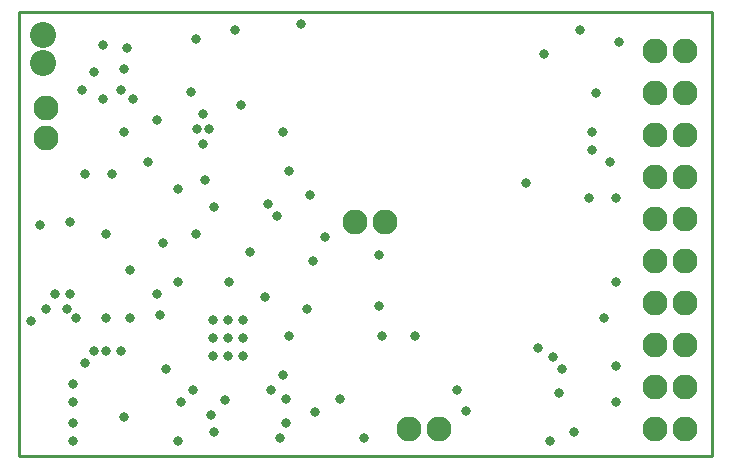
<source format=gbs>
G04*
G04 #@! TF.GenerationSoftware,Altium Limited,Altium Designer,20.1.14 (287)*
G04*
G04 Layer_Color=16711935*
%FSLAX25Y25*%
%MOIN*%
G70*
G04*
G04 #@! TF.SameCoordinates,32D4A6E9-0C54-4149-BE24-DE0316A2B815*
G04*
G04*
G04 #@! TF.FilePolarity,Negative*
G04*
G01*
G75*
%ADD14C,0.01000*%
%ADD76C,0.08674*%
%ADD77C,0.08300*%
%ADD78C,0.03300*%
D14*
X231000D01*
X231000Y148000D02*
X231000Y0D01*
X0Y148000D02*
X231000D01*
X0Y0D02*
Y148000D01*
D76*
X8000Y131000D02*
D03*
Y140449D02*
D03*
D77*
X122000Y78000D02*
D03*
X112000D02*
D03*
X9000Y106000D02*
D03*
Y116000D02*
D03*
X212000Y9000D02*
D03*
X222000D02*
D03*
X212000Y65000D02*
D03*
X222000D02*
D03*
X212000Y79000D02*
D03*
X222000D02*
D03*
X212000Y93000D02*
D03*
X222000D02*
D03*
X212000Y51000D02*
D03*
X222000D02*
D03*
X212000Y37000D02*
D03*
X222000D02*
D03*
Y23000D02*
D03*
X212000D02*
D03*
X140000Y9000D02*
D03*
X130000D02*
D03*
X222000Y135000D02*
D03*
X212000D02*
D03*
X222000Y121000D02*
D03*
X212000D02*
D03*
X222000Y107000D02*
D03*
X212000D02*
D03*
D78*
X192488Y121000D02*
D03*
X17000Y78000D02*
D03*
X22000Y94000D02*
D03*
X64000Y13625D02*
D03*
X36000Y136000D02*
D03*
X94000Y144000D02*
D03*
X7000Y77000D02*
D03*
X48000Y71000D02*
D03*
X25000Y128000D02*
D03*
X35000Y129000D02*
D03*
X28000Y137000D02*
D03*
X59000Y139000D02*
D03*
X88000Y108000D02*
D03*
X175000Y134000D02*
D03*
X187000Y142000D02*
D03*
X200000Y138000D02*
D03*
X169000Y91000D02*
D03*
X197000Y98000D02*
D03*
X181000Y29000D02*
D03*
X185000Y8000D02*
D03*
X149000Y15000D02*
D03*
X87000Y6000D02*
D03*
X115000D02*
D03*
X98000Y65000D02*
D03*
X82000Y53000D02*
D03*
X96000Y49000D02*
D03*
X90000Y40000D02*
D03*
X88000Y27000D02*
D03*
X65000Y8000D02*
D03*
X35000Y13000D02*
D03*
X53000Y5000D02*
D03*
X54000Y18000D02*
D03*
X49000Y29000D02*
D03*
X18000Y5000D02*
D03*
Y11000D02*
D03*
Y18000D02*
D03*
Y24000D02*
D03*
X22000Y31000D02*
D03*
X25000Y35000D02*
D03*
X29000D02*
D03*
X34000D02*
D03*
X4000Y45000D02*
D03*
X9000Y49000D02*
D03*
X16000D02*
D03*
X19000Y46000D02*
D03*
X29000D02*
D03*
X37000D02*
D03*
X47000Y47000D02*
D03*
X70000Y58000D02*
D03*
X77000Y68000D02*
D03*
X90000Y95000D02*
D03*
X97000Y87000D02*
D03*
X62000Y92000D02*
D03*
X43000Y98000D02*
D03*
X35016Y108000D02*
D03*
X57441Y121441D02*
D03*
X146000Y22000D02*
D03*
X72000Y142000D02*
D03*
X190000Y86000D02*
D03*
X191000Y102000D02*
D03*
Y108000D02*
D03*
X21000Y122000D02*
D03*
X28000Y119000D02*
D03*
X61504Y114130D02*
D03*
Y104091D02*
D03*
X59504Y109110D02*
D03*
X63504D02*
D03*
X38000Y119000D02*
D03*
X34000Y122000D02*
D03*
X46000Y112063D02*
D03*
X74000Y117000D02*
D03*
X132000Y40000D02*
D03*
X173000Y36000D02*
D03*
X178000Y33000D02*
D03*
X180000Y21000D02*
D03*
X177000Y5000D02*
D03*
X102000Y73000D02*
D03*
X120000Y50000D02*
D03*
Y67000D02*
D03*
X121000Y40000D02*
D03*
X83000Y84000D02*
D03*
X65000Y83000D02*
D03*
X31000Y94000D02*
D03*
X86000Y80000D02*
D03*
X53000Y89000D02*
D03*
X59000Y74000D02*
D03*
X37000Y62000D02*
D03*
X53000Y58000D02*
D03*
X12000Y54000D02*
D03*
X46000D02*
D03*
X17000D02*
D03*
X29000Y74000D02*
D03*
X199000Y18000D02*
D03*
Y30000D02*
D03*
Y58000D02*
D03*
Y86000D02*
D03*
X195000Y46000D02*
D03*
X107000Y19000D02*
D03*
X89000Y11000D02*
D03*
Y19000D02*
D03*
X98559Y14839D02*
D03*
X58000Y22000D02*
D03*
X84000D02*
D03*
X69614Y39512D02*
D03*
X74614D02*
D03*
Y33512D02*
D03*
X69614D02*
D03*
X64614D02*
D03*
Y39512D02*
D03*
X69614Y45512D02*
D03*
X74614D02*
D03*
X64614D02*
D03*
X68827Y18850D02*
D03*
M02*

</source>
